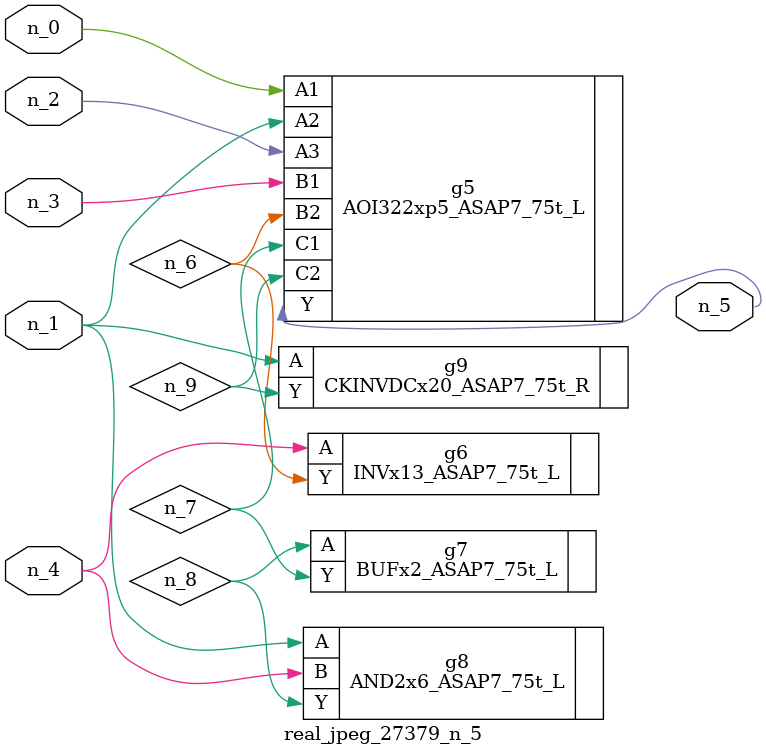
<source format=v>
module real_jpeg_27379_n_5 (n_4, n_0, n_1, n_2, n_3, n_5);

input n_4;
input n_0;
input n_1;
input n_2;
input n_3;

output n_5;

wire n_8;
wire n_6;
wire n_7;
wire n_9;

AOI322xp5_ASAP7_75t_L g5 ( 
.A1(n_0),
.A2(n_1),
.A3(n_2),
.B1(n_3),
.B2(n_6),
.C1(n_7),
.C2(n_9),
.Y(n_5)
);

AND2x6_ASAP7_75t_L g8 ( 
.A(n_1),
.B(n_4),
.Y(n_8)
);

CKINVDCx20_ASAP7_75t_R g9 ( 
.A(n_1),
.Y(n_9)
);

INVx13_ASAP7_75t_L g6 ( 
.A(n_4),
.Y(n_6)
);

BUFx2_ASAP7_75t_L g7 ( 
.A(n_8),
.Y(n_7)
);


endmodule
</source>
